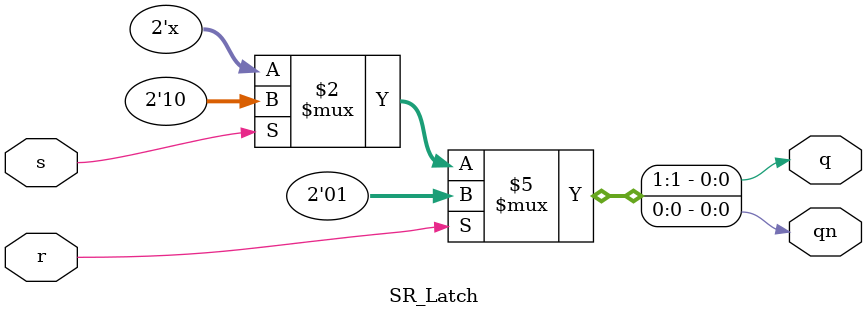
<source format=v>

module SR_Latch(input s, input r, output reg q, output reg qn);

always@(s or r)
if(r)
    {q, qn} <= 2'b01;
else if(s)
    {q, qn} <= 2'b10;

endmodule

</source>
